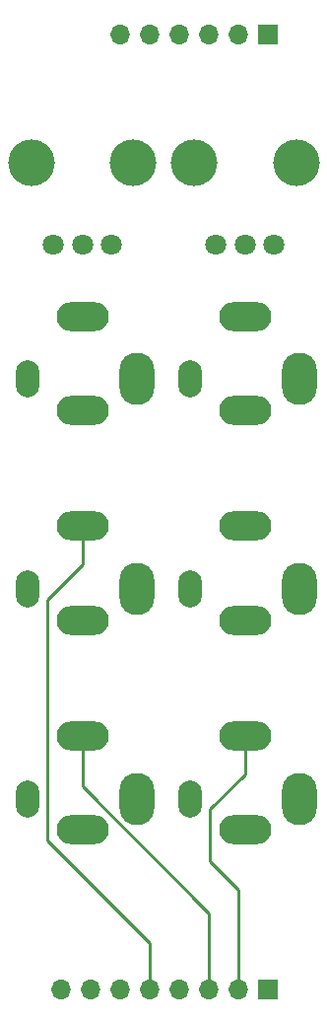
<source format=gbl>
%TF.GenerationSoftware,KiCad,Pcbnew,(6.0.1)*%
%TF.CreationDate,2022-11-10T20:04:28-05:00*%
%TF.ProjectId,ER-VCA2-01-CTRLS,45522d56-4341-4322-9d30-312d4354524c,1*%
%TF.SameCoordinates,Original*%
%TF.FileFunction,Copper,L2,Bot*%
%TF.FilePolarity,Positive*%
%FSLAX46Y46*%
G04 Gerber Fmt 4.6, Leading zero omitted, Abs format (unit mm)*
G04 Created by KiCad (PCBNEW (6.0.1)) date 2022-11-10 20:04:28*
%MOMM*%
%LPD*%
G01*
G04 APERTURE LIST*
%TA.AperFunction,ComponentPad*%
%ADD10R,1.700000X1.700000*%
%TD*%
%TA.AperFunction,ComponentPad*%
%ADD11O,1.700000X1.700000*%
%TD*%
%TA.AperFunction,ComponentPad*%
%ADD12O,2.000000X3.200000*%
%TD*%
%TA.AperFunction,ComponentPad*%
%ADD13O,3.000000X4.500000*%
%TD*%
%TA.AperFunction,ComponentPad*%
%ADD14O,4.500000X2.500000*%
%TD*%
%TA.AperFunction,WasherPad*%
%ADD15C,4.000000*%
%TD*%
%TA.AperFunction,ComponentPad*%
%ADD16C,1.800000*%
%TD*%
%TA.AperFunction,Conductor*%
%ADD17C,0.250000*%
%TD*%
G04 APERTURE END LIST*
D10*
%TO.P,J2,1,Pin_1*%
%TO.N,GND*%
X59000000Y-113500000D03*
D11*
%TO.P,J2,2,Pin_2*%
%TO.N,/OUT1*%
X56460000Y-113500000D03*
%TO.P,J2,3,Pin_3*%
%TO.N,/OUT2*%
X53920000Y-113500000D03*
%TO.P,J2,4,Pin_4*%
%TO.N,/MOD1*%
X51380000Y-113500000D03*
%TO.P,J2,5,Pin_5*%
%TO.N,/MOD2*%
X48840000Y-113500000D03*
%TO.P,J2,6,Pin_6*%
%TO.N,/IN1*%
X46300000Y-113500000D03*
%TO.P,J2,7,Pin_7*%
%TO.N,/IN2*%
X43760000Y-113500000D03*
%TO.P,J2,8,Pin_8*%
%TO.N,GND*%
X41220000Y-113500000D03*
%TD*%
D10*
%TO.P,J1,1,Pin_1*%
%TO.N,/POT1_CW*%
X59000000Y-31500000D03*
D11*
%TO.P,J1,2,Pin_2*%
%TO.N,/POT1_W*%
X56460000Y-31500000D03*
%TO.P,J1,3,Pin_3*%
%TO.N,/POT1_CCW*%
X53920000Y-31500000D03*
%TO.P,J1,4,Pin_4*%
%TO.N,/POT2_CW*%
X51380000Y-31500000D03*
%TO.P,J1,5,Pin_5*%
%TO.N,/POT2_W*%
X48840000Y-31500000D03*
%TO.P,J1,6,Pin_6*%
%TO.N,/POT2_CCW*%
X46300000Y-31500000D03*
%TD*%
D12*
%TO.P,J3,S*%
%TO.N,GND*%
X52299994Y-97100007D03*
D13*
X61699994Y-97100007D03*
D14*
%TO.P,J3,T*%
%TO.N,/OUT1*%
X56999994Y-91700007D03*
%TO.P,J3,TN*%
%TO.N,N/C*%
X56999994Y-99800007D03*
%TD*%
D13*
%TO.P,J8,S*%
%TO.N,GND*%
X47699997Y-61100003D03*
D12*
X38299997Y-61100003D03*
D14*
%TO.P,J8,T*%
%TO.N,/IN2*%
X42999997Y-55700003D03*
%TO.P,J8,TN*%
%TO.N,N/C*%
X42999997Y-63800003D03*
%TD*%
D12*
%TO.P,J7,S*%
%TO.N,GND*%
X52299994Y-61100003D03*
D13*
X61699994Y-61100003D03*
D14*
%TO.P,J7,T*%
%TO.N,/IN1*%
X56999994Y-55700003D03*
%TO.P,J7,TN*%
%TO.N,N/C*%
X56999994Y-63800003D03*
%TD*%
D13*
%TO.P,J6,S*%
%TO.N,GND*%
X47699997Y-79099992D03*
D12*
X38299997Y-79099992D03*
D14*
%TO.P,J6,T*%
%TO.N,/MOD2*%
X42999997Y-73699992D03*
%TO.P,J6,TN*%
%TO.N,N/C*%
X42999997Y-81799992D03*
%TD*%
D13*
%TO.P,J5,S*%
%TO.N,GND*%
X61699994Y-79099992D03*
D12*
X52299994Y-79099992D03*
D14*
%TO.P,J5,T*%
%TO.N,/MOD1*%
X56999994Y-73699992D03*
%TO.P,J5,TN*%
%TO.N,N/C*%
X56999994Y-81799992D03*
%TD*%
D13*
%TO.P,J4,S*%
%TO.N,GND*%
X47699997Y-97100007D03*
D12*
X38299997Y-97100007D03*
D14*
%TO.P,J4,T*%
%TO.N,/OUT2*%
X42999997Y-91700007D03*
%TO.P,J4,TN*%
%TO.N,N/C*%
X42999997Y-99800007D03*
%TD*%
D15*
%TO.P,RV2,*%
%TO.N,*%
X47399999Y-42550012D03*
X38599999Y-42550012D03*
D16*
%TO.P,RV2,1,1*%
%TO.N,/POT2_CCW*%
X40499999Y-49550012D03*
%TO.P,RV2,2,2*%
%TO.N,/POT2_W*%
X42999999Y-49550012D03*
%TO.P,RV2,3,3*%
%TO.N,/POT2_CW*%
X45499999Y-49550012D03*
%TD*%
D15*
%TO.P,RV1,*%
%TO.N,*%
X61399999Y-42550012D03*
X52599999Y-42550012D03*
D16*
%TO.P,RV1,1,1*%
%TO.N,/POT1_CCW*%
X54499999Y-49550012D03*
%TO.P,RV1,2,2*%
%TO.N,/POT1_W*%
X56999999Y-49550012D03*
%TO.P,RV1,3,3*%
%TO.N,/POT1_CW*%
X59499999Y-49550012D03*
%TD*%
D17*
%TO.N,/OUT1*%
X57000000Y-95000000D02*
X54000000Y-98000000D01*
X54000000Y-102500000D02*
X56460000Y-104960000D01*
X57000000Y-91700000D02*
X57000000Y-95000000D01*
X56460000Y-104960000D02*
X56460000Y-113500000D01*
X54000000Y-98000000D02*
X54000000Y-102500000D01*
%TO.N,/OUT2*%
X43000000Y-96000000D02*
X53920000Y-106920000D01*
X43000000Y-91700000D02*
X43000000Y-96000000D01*
X53920000Y-106920000D02*
X53920000Y-113500000D01*
%TO.N,/MOD2*%
X48840000Y-109500000D02*
X48840000Y-113500000D01*
X40000000Y-80000000D02*
X43000000Y-77000000D01*
X48840000Y-109500000D02*
X40000000Y-100660000D01*
X40000000Y-100660000D02*
X40000000Y-80000000D01*
X43000000Y-77000000D02*
X43000000Y-73700000D01*
%TD*%
M02*

</source>
